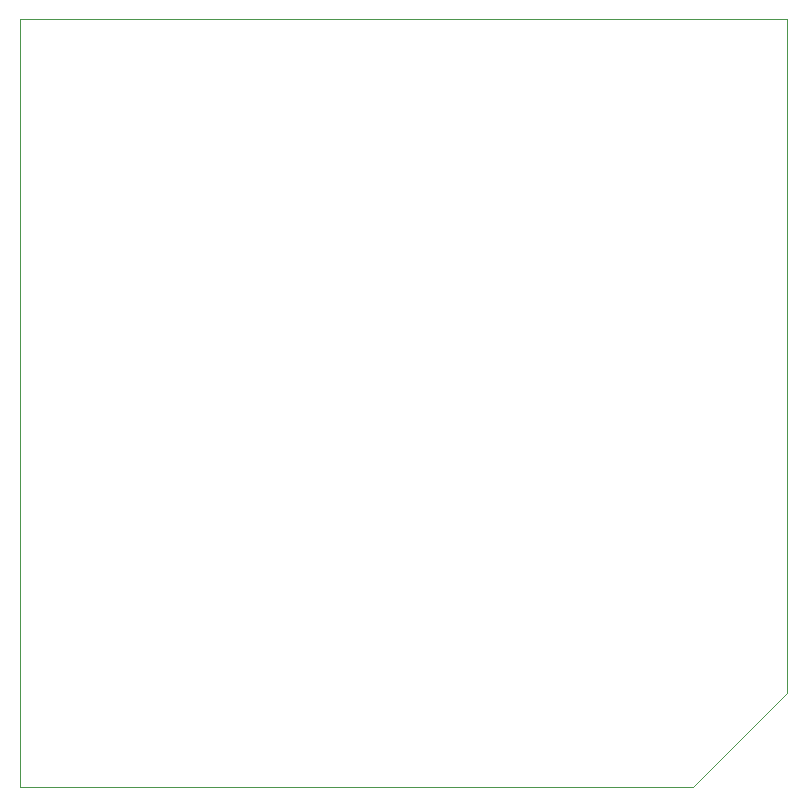
<source format=gbr>
%TF.GenerationSoftware,KiCad,Pcbnew,9.0.6*%
%TF.CreationDate,2026-01-02T14:20:19-05:00*%
%TF.ProjectId,plimsoll,706c696d-736f-46c6-9c2e-6b696361645f,rev?*%
%TF.SameCoordinates,Original*%
%TF.FileFunction,Profile,NP*%
%FSLAX46Y46*%
G04 Gerber Fmt 4.6, Leading zero omitted, Abs format (unit mm)*
G04 Created by KiCad (PCBNEW 9.0.6) date 2026-01-02 14:20:19*
%MOMM*%
%LPD*%
G01*
G04 APERTURE LIST*
%TA.AperFunction,Profile*%
%ADD10C,0.100000*%
%TD*%
%TA.AperFunction,Profile*%
%ADD11C,0.050000*%
%TD*%
G04 APERTURE END LIST*
D10*
X122000000Y-134000000D02*
X122000000Y-132000000D01*
X114000000Y-142000000D02*
X122000000Y-134000000D01*
X113000000Y-142000000D02*
X114000000Y-142000000D01*
X112000000Y-142000000D02*
X113000000Y-142000000D01*
D11*
X122000000Y-77000000D02*
X122000000Y-132000000D01*
X57000000Y-142000000D02*
X57000000Y-77000000D01*
X112000000Y-142000000D02*
X57000000Y-142000000D01*
X57000000Y-77000000D02*
X122000000Y-77000000D01*
M02*

</source>
